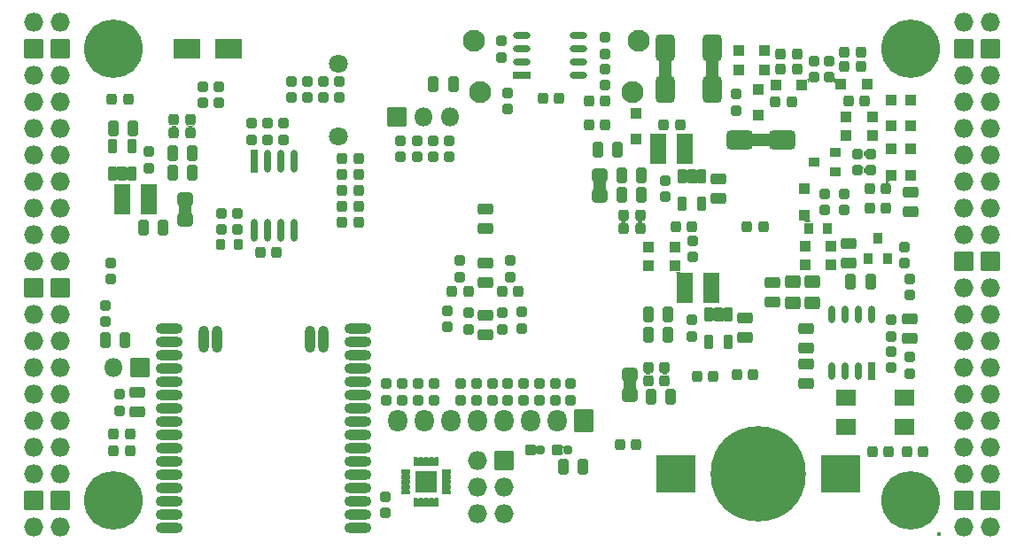
<source format=gbs>
G04 #@! TF.GenerationSoftware,KiCad,Pcbnew,6.0.11+dfsg-1*
G04 #@! TF.CreationDate,2023-04-22T14:08:22+02:00*
G04 #@! TF.ProjectId,ulx3s,756c7833-732e-46b6-9963-61645f706362,v3.1.8*
G04 #@! TF.SameCoordinates,Original*
G04 #@! TF.FileFunction,Soldermask,Bot*
G04 #@! TF.FilePolarity,Negative*
%FSLAX46Y46*%
G04 Gerber Fmt 4.6, Leading zero omitted, Abs format (unit mm)*
G04 Created by KiCad (PCBNEW 6.0.11+dfsg-1) date 2023-04-22 14:08:22*
%MOMM*%
%LPD*%
G01*
G04 APERTURE LIST*
G04 Aperture macros list*
%AMRoundRect*
0 Rectangle with rounded corners*
0 $1 Rounding radius*
0 $2 $3 $4 $5 $6 $7 $8 $9 X,Y pos of 4 corners*
0 Add a 4 corners polygon primitive as box body*
4,1,4,$2,$3,$4,$5,$6,$7,$8,$9,$2,$3,0*
0 Add four circle primitives for the rounded corners*
1,1,$1+$1,$2,$3*
1,1,$1+$1,$4,$5*
1,1,$1+$1,$6,$7*
1,1,$1+$1,$8,$9*
0 Add four rect primitives between the rounded corners*
20,1,$1+$1,$2,$3,$4,$5,0*
20,1,$1+$1,$4,$5,$6,$7,0*
20,1,$1+$1,$6,$7,$8,$9,0*
20,1,$1+$1,$8,$9,$2,$3,0*%
G04 Aperture macros list end*
%ADD10C,1.200000*%
%ADD11C,1.800000*%
%ADD12C,5.600000*%
%ADD13O,1.827200X1.827200*%
%ADD14RoundRect,0.050000X-0.863600X0.863600X-0.863600X-0.863600X0.863600X-0.863600X0.863600X0.863600X0*%
%ADD15RoundRect,0.050000X0.863600X-0.863600X0.863600X0.863600X-0.863600X0.863600X-0.863600X-0.863600X0*%
%ADD16RoundRect,0.050000X0.863600X1.016000X-0.863600X1.016000X-0.863600X-1.016000X0.863600X-1.016000X0*%
%ADD17O,1.827200X2.132000*%
%ADD18C,2.100000*%
%ADD19RoundRect,0.050000X0.850000X-0.850000X0.850000X0.850000X-0.850000X0.850000X-0.850000X-0.850000X0*%
%ADD20O,1.800000X1.800000*%
%ADD21RoundRect,0.050000X-0.850000X0.850000X-0.850000X-0.850000X0.850000X-0.850000X0.850000X0.850000X0*%
%ADD22RoundRect,0.050000X0.425000X-0.425000X0.425000X0.425000X-0.425000X0.425000X-0.425000X-0.425000X0*%
%ADD23O,0.950000X0.950000*%
%ADD24RoundRect,0.050000X-0.350000X-0.600000X0.350000X-0.600000X0.350000X0.600000X-0.350000X0.600000X0*%
%ADD25RoundRect,0.050000X0.350000X0.600000X-0.350000X0.600000X-0.350000X-0.600000X0.350000X-0.600000X0*%
%ADD26RoundRect,0.050000X1.850000X1.750000X-1.850000X1.750000X-1.850000X-1.750000X1.850000X-1.750000X0*%
%ADD27C,9.100000*%
%ADD28RoundRect,0.050000X0.300000X-0.775000X0.300000X0.775000X-0.300000X0.775000X-0.300000X-0.775000X0*%
%ADD29O,0.700000X1.650000*%
%ADD30RoundRect,0.293750X-0.243750X-0.456250X0.243750X-0.456250X0.243750X0.456250X-0.243750X0.456250X0*%
%ADD31RoundRect,0.268750X-0.218750X-0.256250X0.218750X-0.256250X0.218750X0.256250X-0.218750X0.256250X0*%
%ADD32RoundRect,0.293750X0.456250X-0.243750X0.456250X0.243750X-0.456250X0.243750X-0.456250X-0.243750X0*%
%ADD33RoundRect,0.268750X0.218750X0.256250X-0.218750X0.256250X-0.218750X-0.256250X0.218750X-0.256250X0*%
%ADD34RoundRect,0.293750X0.243750X0.456250X-0.243750X0.456250X-0.243750X-0.456250X0.243750X-0.456250X0*%
%ADD35RoundRect,0.268750X-0.256250X0.218750X-0.256250X-0.218750X0.256250X-0.218750X0.256250X0.218750X0*%
%ADD36RoundRect,0.293750X-0.456250X0.243750X-0.456250X-0.243750X0.456250X-0.243750X0.456250X0.243750X0*%
%ADD37RoundRect,0.268750X0.256250X-0.218750X0.256250X0.218750X-0.256250X0.218750X-0.256250X-0.218750X0*%
%ADD38RoundRect,0.050000X-0.500000X-0.500000X0.500000X-0.500000X0.500000X0.500000X-0.500000X0.500000X0*%
%ADD39RoundRect,0.050000X-0.500000X0.500000X-0.500000X-0.500000X0.500000X-0.500000X0.500000X0.500000X0*%
%ADD40RoundRect,0.050000X0.500000X-0.500000X0.500000X0.500000X-0.500000X0.500000X-0.500000X-0.500000X0*%
%ADD41RoundRect,0.050000X0.500000X0.500000X-0.500000X0.500000X-0.500000X-0.500000X0.500000X-0.500000X0*%
%ADD42RoundRect,0.050000X-0.775000X-0.300000X0.775000X-0.300000X0.775000X0.300000X-0.775000X0.300000X0*%
%ADD43O,1.650000X0.700000*%
%ADD44RoundRect,0.050000X0.750000X1.350000X-0.750000X1.350000X-0.750000X-1.350000X0.750000X-1.350000X0*%
%ADD45RoundRect,0.050000X-0.335000X-0.500000X0.335000X-0.500000X0.335000X0.500000X-0.335000X0.500000X0*%
%ADD46RoundRect,0.050000X-0.750000X-1.350000X0.750000X-1.350000X0.750000X1.350000X-0.750000X1.350000X0*%
%ADD47C,0.400000*%
%ADD48RoundRect,0.050000X0.450000X0.400000X-0.450000X0.400000X-0.450000X-0.400000X0.450000X-0.400000X0*%
%ADD49RoundRect,0.050000X0.400000X-0.450000X0.400000X0.450000X-0.400000X0.450000X-0.400000X-0.450000X0*%
%ADD50RoundRect,0.373750X-0.376250X0.323750X-0.376250X-0.323750X0.376250X-0.323750X0.376250X0.323750X0*%
%ADD51RoundRect,0.500000X0.800000X0.450000X-0.800000X0.450000X-0.800000X-0.450000X0.800000X-0.450000X0*%
%ADD52RoundRect,0.500000X-0.450000X0.800000X-0.450000X-0.800000X0.450000X-0.800000X0.450000X0.800000X0*%
%ADD53RoundRect,0.500000X0.450000X-0.800000X0.450000X0.800000X-0.450000X0.800000X-0.450000X-0.800000X0*%
%ADD54RoundRect,0.299999X-0.450001X0.325001X-0.450001X-0.325001X0.450001X-0.325001X0.450001X0.325001X0*%
%ADD55RoundRect,0.050000X-0.300000X1.050000X-0.300000X-1.050000X0.300000X-1.050000X0.300000X1.050000X0*%
%ADD56O,0.700000X2.200000*%
%ADD57RoundRect,0.050000X-1.250000X-0.900000X1.250000X-0.900000X1.250000X0.900000X-1.250000X0.900000X0*%
%ADD58RoundRect,0.275000X0.250000X-0.225000X0.250000X0.225000X-0.250000X0.225000X-0.250000X-0.225000X0*%
%ADD59RoundRect,0.275000X-0.250000X0.225000X-0.250000X-0.225000X0.250000X-0.225000X0.250000X0.225000X0*%
%ADD60RoundRect,0.112500X0.350000X0.062500X-0.350000X0.062500X-0.350000X-0.062500X0.350000X-0.062500X0*%
%ADD61RoundRect,0.112500X0.062500X0.350000X-0.062500X0.350000X-0.062500X-0.350000X0.062500X-0.350000X0*%
%ADD62RoundRect,0.050000X1.000000X1.000000X-1.000000X1.000000X-1.000000X-1.000000X1.000000X-1.000000X0*%
%ADD63RoundRect,0.250000X-0.200000X-0.275000X0.200000X-0.275000X0.200000X0.275000X-0.200000X0.275000X0*%
%ADD64O,2.600000X1.000000*%
%ADD65O,1.000000X2.600000*%
%ADD66RoundRect,0.050000X0.900000X0.700000X-0.900000X0.700000X-0.900000X-0.700000X0.900000X-0.700000X0*%
G04 APERTURE END LIST*
D10*
X152281000Y-96361000D02*
X152281000Y-98361000D01*
X149472000Y-77311000D02*
X149472000Y-79311000D01*
X109809000Y-79532000D02*
X109809000Y-81532000D01*
X166854000Y-73900000D02*
X162854000Y-73900000D01*
X160155000Y-65100000D02*
X160155000Y-69100000D01*
X155680000Y-69100000D02*
X155680000Y-65100000D01*
X152281000Y-96361000D02*
X152281000Y-98361000D01*
X149472000Y-77311000D02*
X149472000Y-79311000D01*
X109809000Y-79532000D02*
X109809000Y-81532000D01*
X166854000Y-73900000D02*
X162854000Y-73900000D01*
X160155000Y-65100000D02*
X160155000Y-69100000D01*
X155680000Y-69100000D02*
X155680000Y-65100000D01*
D11*
X124468000Y-73600000D03*
X124468000Y-66600000D03*
D12*
X102990000Y-108410000D03*
X179190000Y-108410000D03*
X179190000Y-65230000D03*
X102990000Y-65230000D03*
D13*
X97910000Y-62690000D03*
X95370000Y-62690000D03*
D14*
X97910000Y-65230000D03*
X95370000Y-65230000D03*
D13*
X97910000Y-67770000D03*
X95370000Y-67770000D03*
X97910000Y-70310000D03*
X95370000Y-70310000D03*
X97910000Y-72850000D03*
X95370000Y-72850000D03*
X97910000Y-75390000D03*
X95370000Y-75390000D03*
X97910000Y-77930000D03*
X95370000Y-77930000D03*
X97910000Y-80470000D03*
X95370000Y-80470000D03*
X97910000Y-83010000D03*
X95370000Y-83010000D03*
X97910000Y-85550000D03*
X95370000Y-85550000D03*
D14*
X97910000Y-88090000D03*
X95370000Y-88090000D03*
D13*
X97910000Y-90630000D03*
X95370000Y-90630000D03*
X97910000Y-93170000D03*
X95370000Y-93170000D03*
X97910000Y-95710000D03*
X95370000Y-95710000D03*
X97910000Y-98250000D03*
X95370000Y-98250000D03*
X97910000Y-100790000D03*
X95370000Y-100790000D03*
X97910000Y-103330000D03*
X95370000Y-103330000D03*
X97910000Y-105870000D03*
X95370000Y-105870000D03*
D14*
X97910000Y-108410000D03*
X95370000Y-108410000D03*
D13*
X97910000Y-110950000D03*
X95370000Y-110950000D03*
X184270000Y-110950000D03*
X186810000Y-110950000D03*
D15*
X184270000Y-108410000D03*
X186810000Y-108410000D03*
D13*
X184270000Y-105870000D03*
X186810000Y-105870000D03*
X184270000Y-103330000D03*
X186810000Y-103330000D03*
X184270000Y-100790000D03*
X186810000Y-100790000D03*
X184270000Y-98250000D03*
X186810000Y-98250000D03*
X184270000Y-95710000D03*
X186810000Y-95710000D03*
X184270000Y-93170000D03*
X186810000Y-93170000D03*
X184270000Y-90630000D03*
X186810000Y-90630000D03*
X184270000Y-88090000D03*
X186810000Y-88090000D03*
D15*
X184270000Y-85550000D03*
X186810000Y-85550000D03*
D13*
X184270000Y-83010000D03*
X186810000Y-83010000D03*
X184270000Y-80470000D03*
X186810000Y-80470000D03*
X184270000Y-77930000D03*
X186810000Y-77930000D03*
X184270000Y-75390000D03*
X186810000Y-75390000D03*
X184270000Y-72850000D03*
X186810000Y-72850000D03*
X184270000Y-70310000D03*
X186810000Y-70310000D03*
X184270000Y-67770000D03*
X186810000Y-67770000D03*
D15*
X184270000Y-65230000D03*
X186810000Y-65230000D03*
D13*
X184270000Y-62690000D03*
X186810000Y-62690000D03*
D16*
X147920000Y-100790000D03*
D17*
X145380000Y-100790000D03*
X142840000Y-100790000D03*
X140265000Y-100790000D03*
X137760000Y-100790000D03*
X135220000Y-100790000D03*
X132680000Y-100790000D03*
X130140000Y-100790000D03*
D18*
X138046000Y-69312000D03*
X152546000Y-69312000D03*
X137446000Y-64412000D03*
X153146000Y-64412000D03*
D19*
X130056000Y-71725000D03*
D20*
X132596000Y-71725000D03*
X135136000Y-71725000D03*
D14*
X140300000Y-104600000D03*
D13*
X137760000Y-104600000D03*
X140300000Y-107140000D03*
X137760000Y-107140000D03*
X140300000Y-109680000D03*
X137760000Y-109680000D03*
D21*
X105530000Y-95710000D03*
D20*
X102990000Y-95710000D03*
D22*
X145380000Y-103550000D03*
D23*
X146380000Y-103550000D03*
D22*
X142800000Y-103530000D03*
D23*
X143800000Y-103530000D03*
D24*
X159825000Y-90600000D03*
X160775000Y-90600000D03*
X161725000Y-90600000D03*
X161725000Y-93200000D03*
X159825000Y-93200000D03*
D25*
X104775000Y-77115000D03*
X103825000Y-77115000D03*
X102875000Y-77115000D03*
X102875000Y-74515000D03*
X104775000Y-74515000D03*
D24*
X157285000Y-77392000D03*
X158235000Y-77392000D03*
X159185000Y-77392000D03*
X159185000Y-79992000D03*
X157285000Y-79992000D03*
D26*
X172485000Y-105870000D03*
X156685000Y-105870000D03*
D27*
X164585000Y-105870000D03*
D28*
X175395000Y-96015000D03*
D29*
X174125000Y-96015000D03*
X172855000Y-96015000D03*
X171585000Y-96015000D03*
X171585000Y-90615000D03*
X172855000Y-90615000D03*
X174125000Y-90615000D03*
X175395000Y-90615000D03*
D30*
X133563500Y-68550000D03*
X135438500Y-68550000D03*
D31*
X154072500Y-96910000D03*
X155647500Y-96910000D03*
D30*
X154122500Y-90630000D03*
X155997500Y-90630000D03*
X154122500Y-92535000D03*
X155997500Y-92535000D03*
D32*
X163315000Y-92837500D03*
X163315000Y-90962500D03*
D31*
X151732500Y-82375000D03*
X153307500Y-82375000D03*
D30*
X151582500Y-79200000D03*
X153457500Y-79200000D03*
X151582500Y-77295000D03*
X153457500Y-77295000D03*
D32*
X160775000Y-79502500D03*
X160775000Y-77627500D03*
D33*
X110327500Y-72005000D03*
X108752500Y-72005000D03*
D34*
X110477500Y-75180000D03*
X108602500Y-75180000D03*
D35*
X175380000Y-75237500D03*
X175380000Y-76812500D03*
D32*
X105276000Y-99949500D03*
X105276000Y-98074500D03*
D30*
X173441500Y-87473000D03*
X175316500Y-87473000D03*
D36*
X138500000Y-90682500D03*
X138500000Y-92557500D03*
D32*
X138500000Y-82357500D03*
X138500000Y-80482500D03*
D36*
X138500000Y-85682500D03*
X138500000Y-87557500D03*
D30*
X154376500Y-98504000D03*
X156251500Y-98504000D03*
D34*
X107683500Y-82292000D03*
X105808500Y-82292000D03*
D35*
X140900000Y-85432500D03*
X140900000Y-87007500D03*
X136900000Y-90432500D03*
X136900000Y-92007500D03*
X140100000Y-90432500D03*
X140100000Y-92007500D03*
X134900000Y-90232500D03*
X134900000Y-91807500D03*
D33*
X141687500Y-88420000D03*
X140112500Y-88420000D03*
D31*
X163512500Y-82220000D03*
X165087500Y-82220000D03*
D33*
X158287500Y-82220000D03*
X156712500Y-82220000D03*
D35*
X177300000Y-94112500D03*
X177300000Y-95687500D03*
D30*
X145942500Y-105200000D03*
X147817500Y-105200000D03*
D31*
X102812500Y-70020000D03*
X104387500Y-70020000D03*
D35*
X102736000Y-85651500D03*
X102736000Y-87226500D03*
D37*
X179063000Y-88768500D03*
X179063000Y-87193500D03*
D33*
X180385500Y-103711000D03*
X178810500Y-103711000D03*
X160307500Y-96490000D03*
X158732500Y-96490000D03*
D32*
X169172000Y-97173500D03*
X169172000Y-95298500D03*
D31*
X135312500Y-88420000D03*
X136887500Y-88420000D03*
D38*
X172479000Y-68550000D03*
X174979000Y-68550000D03*
D39*
X164585000Y-69060000D03*
X164585000Y-71560000D03*
D34*
X110477500Y-77085000D03*
X108602500Y-77085000D03*
X151171500Y-74882000D03*
X149296500Y-74882000D03*
D32*
X179190000Y-80772500D03*
X179190000Y-78897500D03*
D31*
X166718500Y-65738000D03*
X168293500Y-65738000D03*
D35*
X128980000Y-108012500D03*
X128980000Y-109587500D03*
D36*
X179078000Y-90980500D03*
X179078000Y-92855500D03*
D37*
X177300000Y-92705500D03*
X177300000Y-91130500D03*
X113000000Y-70372500D03*
X113000000Y-68797500D03*
X111500000Y-70372500D03*
X111500000Y-68797500D03*
D33*
X157117500Y-72487000D03*
X155542500Y-72487000D03*
D37*
X171331000Y-67940500D03*
X171331000Y-66365500D03*
X169919000Y-67940500D03*
X169919000Y-66365500D03*
D31*
X172814500Y-65502000D03*
X174389500Y-65502000D03*
D37*
X120008000Y-69872500D03*
X120008000Y-68297500D03*
X121532000Y-69872500D03*
X121532000Y-68297500D03*
X123056000Y-69872500D03*
X123056000Y-68297500D03*
X124580000Y-69872500D03*
X124580000Y-68297500D03*
D33*
X145567500Y-69900000D03*
X143992500Y-69900000D03*
D40*
X169030000Y-81085000D03*
X169030000Y-78585000D03*
D41*
X171550000Y-85837000D03*
X169050000Y-85837000D03*
D40*
X179190000Y-77275000D03*
X179190000Y-74775000D03*
D39*
X177285000Y-74775000D03*
X177285000Y-77275000D03*
D38*
X172987000Y-73503000D03*
X175487000Y-73503000D03*
D41*
X168756000Y-68659000D03*
X166256000Y-68659000D03*
D38*
X162700000Y-67262000D03*
X165200000Y-67262000D03*
D41*
X165200000Y-65357000D03*
X162700000Y-65357000D03*
D30*
X102966000Y-72785000D03*
X104841000Y-72785000D03*
X102179500Y-93061000D03*
X104054500Y-93061000D03*
D42*
X141980000Y-67706500D03*
D43*
X141980000Y-66436500D03*
X141980000Y-65166500D03*
X141980000Y-63896500D03*
X147380000Y-63896500D03*
X147380000Y-65166500D03*
X147380000Y-66436500D03*
X147380000Y-67706500D03*
D44*
X160140000Y-88090000D03*
X157600000Y-88090000D03*
X157600000Y-74755000D03*
X155060000Y-74755000D03*
D45*
X169425000Y-82375000D03*
X171175000Y-82375000D03*
D37*
X172840000Y-80622500D03*
X172840000Y-79047500D03*
X162480000Y-71097500D03*
X162480000Y-69522500D03*
D33*
X176802500Y-80470000D03*
X175227500Y-80470000D03*
D35*
X174110000Y-75237500D03*
X174110000Y-76812500D03*
X178555000Y-84127500D03*
X178555000Y-85702500D03*
D37*
X102228000Y-91290500D03*
X102228000Y-89715500D03*
X170935000Y-80622500D03*
X170935000Y-79047500D03*
D33*
X152926500Y-103076000D03*
X151351500Y-103076000D03*
D35*
X119200000Y-72332500D03*
X119200000Y-73907500D03*
D37*
X114800000Y-82507500D03*
X114800000Y-80932500D03*
D33*
X126383500Y-80260000D03*
X124808500Y-80260000D03*
X126383500Y-78736000D03*
X124808500Y-78736000D03*
X126383500Y-77212000D03*
X124808500Y-77212000D03*
X126383500Y-75670000D03*
X124808500Y-75670000D03*
D37*
X130422000Y-75560500D03*
X130422000Y-73985500D03*
X131961000Y-75560500D03*
X131961000Y-73985500D03*
X133485000Y-75560500D03*
X133485000Y-73985500D03*
X135009000Y-75560500D03*
X135009000Y-73985500D03*
X140025500Y-66017500D03*
X140025500Y-64442500D03*
D35*
X140597000Y-69413500D03*
X140597000Y-70988500D03*
D37*
X149980000Y-68687500D03*
X149980000Y-67112500D03*
D33*
X149962500Y-72487000D03*
X148387500Y-72487000D03*
X149967500Y-70200000D03*
X148392500Y-70200000D03*
D31*
X116980000Y-84700000D03*
X118555000Y-84700000D03*
D35*
X117695000Y-72330500D03*
X117695000Y-73905500D03*
D37*
X113300000Y-82507500D03*
X113300000Y-80932500D03*
D35*
X116200000Y-72332500D03*
X116200000Y-73907500D03*
D37*
X129080000Y-98775000D03*
X129080000Y-97200000D03*
D33*
X104539500Y-102060000D03*
X102964500Y-102060000D03*
X164102500Y-96345000D03*
X162527500Y-96345000D03*
D31*
X166718500Y-67135000D03*
X168293500Y-67135000D03*
D33*
X174387500Y-66899000D03*
X172812500Y-66899000D03*
D31*
X154072500Y-95640000D03*
X155647500Y-95640000D03*
D33*
X110327500Y-73275000D03*
X108752500Y-73275000D03*
D31*
X151732500Y-81105000D03*
X153307500Y-81105000D03*
D35*
X158235000Y-91112500D03*
X158235000Y-92687500D03*
D37*
X106365000Y-76602500D03*
X106365000Y-75027500D03*
D35*
X155695000Y-77777500D03*
X155695000Y-79352500D03*
D33*
X176802500Y-78565000D03*
X175227500Y-78565000D03*
D46*
X103825000Y-79625000D03*
X106365000Y-79625000D03*
D35*
X136100000Y-85432500D03*
X136100000Y-87007500D03*
D47*
X181872000Y-111603000D03*
D48*
X171935000Y-75075000D03*
X171935000Y-76975000D03*
X169935000Y-76025000D03*
D37*
X103576500Y-99817500D03*
X103576500Y-98242500D03*
D49*
X176965000Y-85280000D03*
X175065000Y-85280000D03*
X176015000Y-83280000D03*
D41*
X175502000Y-71740000D03*
X173002000Y-71740000D03*
D31*
X173210500Y-70201000D03*
X174785500Y-70201000D03*
D35*
X179078000Y-94686500D03*
X179078000Y-96261500D03*
D33*
X177071500Y-103711000D03*
X175496500Y-103711000D03*
D38*
X154141000Y-84186000D03*
X156641000Y-84186000D03*
D50*
X152281000Y-96393500D03*
X152281000Y-98328500D03*
X149472000Y-77343500D03*
X149472000Y-79278500D03*
X109809000Y-79564500D03*
X109809000Y-81499500D03*
D38*
X154121000Y-85964000D03*
X156621000Y-85964000D03*
D31*
X166210500Y-70310000D03*
X167785500Y-70310000D03*
D51*
X166854000Y-73900000D03*
X162854000Y-73900000D03*
D52*
X160155000Y-65100000D03*
X160155000Y-69100000D03*
D53*
X155680000Y-69100000D03*
X155680000Y-65100000D03*
D40*
X177285000Y-72594000D03*
X177285000Y-70094000D03*
D39*
X179190000Y-70094000D03*
X179190000Y-72594000D03*
D31*
X102964500Y-103600000D03*
X104539500Y-103600000D03*
D32*
X165982000Y-89408500D03*
X165982000Y-87533500D03*
D54*
X167887000Y-87446000D03*
X167887000Y-89496000D03*
X169792000Y-87446000D03*
X169792000Y-89496000D03*
D36*
X169157000Y-91978500D03*
X169157000Y-93853500D03*
D32*
X173221000Y-85725500D03*
X173221000Y-83850500D03*
D33*
X126387500Y-81770000D03*
X124812500Y-81770000D03*
D55*
X116440000Y-75920000D03*
D56*
X117710000Y-75920000D03*
X118980000Y-75920000D03*
X120250000Y-75920000D03*
X120250000Y-82524000D03*
X118980000Y-82524000D03*
X117710000Y-82524000D03*
X116440000Y-82524000D03*
D35*
X142000000Y-90332500D03*
X142000000Y-91907500D03*
D57*
X109980000Y-65200000D03*
X113980000Y-65200000D03*
D37*
X130580000Y-98787500D03*
X130580000Y-97212500D03*
D58*
X136180000Y-98775000D03*
X136180000Y-97225000D03*
D59*
X137680000Y-97225000D03*
X137680000Y-98775000D03*
D58*
X139180000Y-98775000D03*
X139180000Y-97225000D03*
D59*
X140680000Y-97225000D03*
X140680000Y-98775000D03*
D58*
X142180000Y-98775000D03*
X142180000Y-97225000D03*
D59*
X133580000Y-97225000D03*
X133580000Y-98775000D03*
D35*
X158312000Y-83525500D03*
X158312000Y-85100500D03*
D59*
X143680000Y-97225000D03*
X143680000Y-98775000D03*
D40*
X152930000Y-73850000D03*
X152930000Y-71350000D03*
D59*
X146680000Y-97225000D03*
X146680000Y-98775000D03*
D58*
X145180000Y-98775000D03*
X145180000Y-97225000D03*
X132080000Y-98775000D03*
X132080000Y-97225000D03*
D37*
X149980000Y-65687500D03*
X149980000Y-64112500D03*
D60*
X134772500Y-105600000D03*
X134772500Y-106100000D03*
X134772500Y-106600000D03*
X134772500Y-107100000D03*
X134772500Y-107600000D03*
D61*
X133835000Y-108537500D03*
X133335000Y-108537500D03*
X132835000Y-108537500D03*
X132335000Y-108537500D03*
X131835000Y-108537500D03*
D60*
X130897500Y-107600000D03*
X130897500Y-107100000D03*
X130897500Y-106600000D03*
X130897500Y-106100000D03*
X130897500Y-105600000D03*
D61*
X131835000Y-104662500D03*
X132335000Y-104662500D03*
X132835000Y-104662500D03*
X133335000Y-104662500D03*
X133835000Y-104662500D03*
D62*
X132835000Y-106600000D03*
D63*
X113214800Y-83932000D03*
X114864800Y-83932000D03*
D64*
X108300000Y-110975000D03*
X108300000Y-109705000D03*
X108300000Y-108435000D03*
X108300000Y-107165000D03*
X108300000Y-105895000D03*
X108300000Y-104625000D03*
X108300000Y-103355000D03*
X108300000Y-102085000D03*
X108300000Y-100815000D03*
X108300000Y-99545000D03*
X108300000Y-98275000D03*
X108300000Y-97005000D03*
X108300000Y-95735000D03*
X108300000Y-94465000D03*
D65*
X111585000Y-92965000D03*
D64*
X108300000Y-93195000D03*
D65*
X112855000Y-92965000D03*
D64*
X108300000Y-91925000D03*
D65*
X121745000Y-92965000D03*
D64*
X126300000Y-91925000D03*
D65*
X123015000Y-92965000D03*
D64*
X126300000Y-93195000D03*
X126300000Y-94465000D03*
X126300000Y-95735000D03*
X126300000Y-97005000D03*
X126300000Y-98275000D03*
X126300000Y-99545000D03*
X126300000Y-100815000D03*
X126300000Y-102085000D03*
X126300000Y-103355000D03*
X126300000Y-104625000D03*
X126300000Y-105895000D03*
X126300000Y-107165000D03*
X126300000Y-108435000D03*
X126300000Y-109705000D03*
X126300000Y-110975000D03*
D38*
X169050000Y-84059000D03*
X171550000Y-84059000D03*
D66*
X178568500Y-101322000D03*
X172968500Y-101322000D03*
X172968500Y-98522000D03*
X178568500Y-98522000D03*
G36*
X131988893Y-108122220D02*
G01*
X132035945Y-108161542D01*
X132104661Y-108170173D01*
X132167291Y-108140209D01*
X132174800Y-108131544D01*
X132176690Y-108130890D01*
X132178201Y-108132200D01*
X132177974Y-108133965D01*
X132170449Y-108145227D01*
X132162000Y-108187699D01*
X132162000Y-108887301D01*
X132170449Y-108929773D01*
X132184053Y-108950134D01*
X132184184Y-108952130D01*
X132182521Y-108953241D01*
X132181107Y-108952780D01*
X132134055Y-108913458D01*
X132065339Y-108904827D01*
X132002709Y-108934791D01*
X131995200Y-108943456D01*
X131993310Y-108944110D01*
X131991799Y-108942800D01*
X131992026Y-108941035D01*
X131999551Y-108929773D01*
X132008000Y-108887301D01*
X132008000Y-108187699D01*
X131999551Y-108145227D01*
X131985947Y-108124866D01*
X131985816Y-108122870D01*
X131987479Y-108121759D01*
X131988893Y-108122220D01*
G37*
G36*
X133488893Y-108122220D02*
G01*
X133535945Y-108161542D01*
X133604661Y-108170173D01*
X133667291Y-108140209D01*
X133674800Y-108131544D01*
X133676690Y-108130890D01*
X133678201Y-108132200D01*
X133677974Y-108133965D01*
X133670449Y-108145227D01*
X133662000Y-108187699D01*
X133662000Y-108887301D01*
X133670449Y-108929773D01*
X133684053Y-108950134D01*
X133684184Y-108952130D01*
X133682521Y-108953241D01*
X133681107Y-108952780D01*
X133634055Y-108913458D01*
X133565339Y-108904827D01*
X133502709Y-108934791D01*
X133495200Y-108943456D01*
X133493310Y-108944110D01*
X133491799Y-108942800D01*
X133492026Y-108941035D01*
X133499551Y-108929773D01*
X133508000Y-108887301D01*
X133508000Y-108187699D01*
X133499551Y-108145227D01*
X133485947Y-108124866D01*
X133485816Y-108122870D01*
X133487479Y-108121759D01*
X133488893Y-108122220D01*
G37*
G36*
X132488893Y-108122220D02*
G01*
X132535945Y-108161542D01*
X132604661Y-108170173D01*
X132667291Y-108140209D01*
X132674800Y-108131544D01*
X132676690Y-108130890D01*
X132678201Y-108132200D01*
X132677974Y-108133965D01*
X132670449Y-108145227D01*
X132662000Y-108187699D01*
X132662000Y-108887301D01*
X132670449Y-108929773D01*
X132684053Y-108950134D01*
X132684184Y-108952130D01*
X132682521Y-108953241D01*
X132681107Y-108952780D01*
X132634055Y-108913458D01*
X132565339Y-108904827D01*
X132502709Y-108934791D01*
X132495200Y-108943456D01*
X132493310Y-108944110D01*
X132491799Y-108942800D01*
X132492026Y-108941035D01*
X132499551Y-108929773D01*
X132508000Y-108887301D01*
X132508000Y-108187699D01*
X132499551Y-108145227D01*
X132485947Y-108124866D01*
X132485816Y-108122870D01*
X132487479Y-108121759D01*
X132488893Y-108122220D01*
G37*
G36*
X132988893Y-108122220D02*
G01*
X133035945Y-108161542D01*
X133104661Y-108170173D01*
X133167291Y-108140209D01*
X133174800Y-108131544D01*
X133176690Y-108130890D01*
X133178201Y-108132200D01*
X133177974Y-108133965D01*
X133170449Y-108145227D01*
X133162000Y-108187699D01*
X133162000Y-108887301D01*
X133170449Y-108929773D01*
X133184053Y-108950134D01*
X133184184Y-108952130D01*
X133182521Y-108953241D01*
X133181107Y-108952780D01*
X133134055Y-108913458D01*
X133065339Y-108904827D01*
X133002709Y-108934791D01*
X132995200Y-108943456D01*
X132993310Y-108944110D01*
X132991799Y-108942800D01*
X132992026Y-108941035D01*
X132999551Y-108929773D01*
X133008000Y-108887301D01*
X133008000Y-108187699D01*
X132999551Y-108145227D01*
X132985947Y-108124866D01*
X132985816Y-108122870D01*
X132987479Y-108121759D01*
X132988893Y-108122220D01*
G37*
G36*
X135188241Y-107252479D02*
G01*
X135187780Y-107253893D01*
X135148458Y-107300945D01*
X135139827Y-107369661D01*
X135169791Y-107432291D01*
X135178456Y-107439800D01*
X135179110Y-107441690D01*
X135177800Y-107443201D01*
X135176035Y-107442974D01*
X135164773Y-107435449D01*
X135122301Y-107427000D01*
X134422699Y-107427000D01*
X134380227Y-107435449D01*
X134359866Y-107449053D01*
X134357870Y-107449184D01*
X134356759Y-107447521D01*
X134357220Y-107446107D01*
X134396542Y-107399055D01*
X134405173Y-107330339D01*
X134375209Y-107267709D01*
X134366544Y-107260200D01*
X134365890Y-107258310D01*
X134367200Y-107256799D01*
X134368965Y-107257026D01*
X134380227Y-107264551D01*
X134422699Y-107273000D01*
X135122301Y-107273000D01*
X135164773Y-107264551D01*
X135185134Y-107250947D01*
X135187130Y-107250816D01*
X135188241Y-107252479D01*
G37*
G36*
X131313241Y-107252479D02*
G01*
X131312780Y-107253893D01*
X131273458Y-107300945D01*
X131264827Y-107369661D01*
X131294791Y-107432291D01*
X131303456Y-107439800D01*
X131304110Y-107441690D01*
X131302800Y-107443201D01*
X131301035Y-107442974D01*
X131289773Y-107435449D01*
X131247301Y-107427000D01*
X130547699Y-107427000D01*
X130505227Y-107435449D01*
X130484866Y-107449053D01*
X130482870Y-107449184D01*
X130481759Y-107447521D01*
X130482220Y-107446107D01*
X130521542Y-107399055D01*
X130530173Y-107330339D01*
X130500209Y-107267709D01*
X130491544Y-107260200D01*
X130490890Y-107258310D01*
X130492200Y-107256799D01*
X130493965Y-107257026D01*
X130505227Y-107264551D01*
X130547699Y-107273000D01*
X131247301Y-107273000D01*
X131289773Y-107264551D01*
X131310134Y-107250947D01*
X131312130Y-107250816D01*
X131313241Y-107252479D01*
G37*
G36*
X131313241Y-106752479D02*
G01*
X131312780Y-106753893D01*
X131273458Y-106800945D01*
X131264827Y-106869661D01*
X131294791Y-106932291D01*
X131303456Y-106939800D01*
X131304110Y-106941690D01*
X131302800Y-106943201D01*
X131301035Y-106942974D01*
X131289773Y-106935449D01*
X131247301Y-106927000D01*
X130547699Y-106927000D01*
X130505227Y-106935449D01*
X130484866Y-106949053D01*
X130482870Y-106949184D01*
X130481759Y-106947521D01*
X130482220Y-106946107D01*
X130521542Y-106899055D01*
X130530173Y-106830339D01*
X130500209Y-106767709D01*
X130491544Y-106760200D01*
X130490890Y-106758310D01*
X130492200Y-106756799D01*
X130493965Y-106757026D01*
X130505227Y-106764551D01*
X130547699Y-106773000D01*
X131247301Y-106773000D01*
X131289773Y-106764551D01*
X131310134Y-106750947D01*
X131312130Y-106750816D01*
X131313241Y-106752479D01*
G37*
G36*
X135188241Y-106752479D02*
G01*
X135187780Y-106753893D01*
X135148458Y-106800945D01*
X135139827Y-106869661D01*
X135169791Y-106932291D01*
X135178456Y-106939800D01*
X135179110Y-106941690D01*
X135177800Y-106943201D01*
X135176035Y-106942974D01*
X135164773Y-106935449D01*
X135122301Y-106927000D01*
X134422699Y-106927000D01*
X134380227Y-106935449D01*
X134359866Y-106949053D01*
X134357870Y-106949184D01*
X134356759Y-106947521D01*
X134357220Y-106946107D01*
X134396542Y-106899055D01*
X134405173Y-106830339D01*
X134375209Y-106767709D01*
X134366544Y-106760200D01*
X134365890Y-106758310D01*
X134367200Y-106756799D01*
X134368965Y-106757026D01*
X134380227Y-106764551D01*
X134422699Y-106773000D01*
X135122301Y-106773000D01*
X135164773Y-106764551D01*
X135185134Y-106750947D01*
X135187130Y-106750816D01*
X135188241Y-106752479D01*
G37*
G36*
X135188241Y-106252479D02*
G01*
X135187780Y-106253893D01*
X135148458Y-106300945D01*
X135139827Y-106369661D01*
X135169791Y-106432291D01*
X135178456Y-106439800D01*
X135179110Y-106441690D01*
X135177800Y-106443201D01*
X135176035Y-106442974D01*
X135164773Y-106435449D01*
X135122301Y-106427000D01*
X134422699Y-106427000D01*
X134380227Y-106435449D01*
X134359866Y-106449053D01*
X134357870Y-106449184D01*
X134356759Y-106447521D01*
X134357220Y-106446107D01*
X134396542Y-106399055D01*
X134405173Y-106330339D01*
X134375209Y-106267709D01*
X134366544Y-106260200D01*
X134365890Y-106258310D01*
X134367200Y-106256799D01*
X134368965Y-106257026D01*
X134380227Y-106264551D01*
X134422699Y-106273000D01*
X135122301Y-106273000D01*
X135164773Y-106264551D01*
X135185134Y-106250947D01*
X135187130Y-106250816D01*
X135188241Y-106252479D01*
G37*
G36*
X131313241Y-106252479D02*
G01*
X131312780Y-106253893D01*
X131273458Y-106300945D01*
X131264827Y-106369661D01*
X131294791Y-106432291D01*
X131303456Y-106439800D01*
X131304110Y-106441690D01*
X131302800Y-106443201D01*
X131301035Y-106442974D01*
X131289773Y-106435449D01*
X131247301Y-106427000D01*
X130547699Y-106427000D01*
X130505227Y-106435449D01*
X130484866Y-106449053D01*
X130482870Y-106449184D01*
X130481759Y-106447521D01*
X130482220Y-106446107D01*
X130521542Y-106399055D01*
X130530173Y-106330339D01*
X130500209Y-106267709D01*
X130491544Y-106260200D01*
X130490890Y-106258310D01*
X130492200Y-106256799D01*
X130493965Y-106257026D01*
X130505227Y-106264551D01*
X130547699Y-106273000D01*
X131247301Y-106273000D01*
X131289773Y-106264551D01*
X131310134Y-106250947D01*
X131312130Y-106250816D01*
X131313241Y-106252479D01*
G37*
G36*
X135188241Y-105752479D02*
G01*
X135187780Y-105753893D01*
X135148458Y-105800945D01*
X135139827Y-105869661D01*
X135169791Y-105932291D01*
X135178456Y-105939800D01*
X135179110Y-105941690D01*
X135177800Y-105943201D01*
X135176035Y-105942974D01*
X135164773Y-105935449D01*
X135122301Y-105927000D01*
X134422699Y-105927000D01*
X134380227Y-105935449D01*
X134359866Y-105949053D01*
X134357870Y-105949184D01*
X134356759Y-105947521D01*
X134357220Y-105946107D01*
X134396542Y-105899055D01*
X134405173Y-105830339D01*
X134375209Y-105767709D01*
X134366544Y-105760200D01*
X134365890Y-105758310D01*
X134367200Y-105756799D01*
X134368965Y-105757026D01*
X134380227Y-105764551D01*
X134422699Y-105773000D01*
X135122301Y-105773000D01*
X135164773Y-105764551D01*
X135185134Y-105750947D01*
X135187130Y-105750816D01*
X135188241Y-105752479D01*
G37*
G36*
X131313241Y-105752479D02*
G01*
X131312780Y-105753893D01*
X131273458Y-105800945D01*
X131264827Y-105869661D01*
X131294791Y-105932291D01*
X131303456Y-105939800D01*
X131304110Y-105941690D01*
X131302800Y-105943201D01*
X131301035Y-105942974D01*
X131289773Y-105935449D01*
X131247301Y-105927000D01*
X130547699Y-105927000D01*
X130505227Y-105935449D01*
X130484866Y-105949053D01*
X130482870Y-105949184D01*
X130481759Y-105947521D01*
X130482220Y-105946107D01*
X130521542Y-105899055D01*
X130530173Y-105830339D01*
X130500209Y-105767709D01*
X130491544Y-105760200D01*
X130490890Y-105758310D01*
X130492200Y-105756799D01*
X130493965Y-105757026D01*
X130505227Y-105764551D01*
X130547699Y-105773000D01*
X131247301Y-105773000D01*
X131289773Y-105764551D01*
X131310134Y-105750947D01*
X131312130Y-105750816D01*
X131313241Y-105752479D01*
G37*
G36*
X133488893Y-104247220D02*
G01*
X133535945Y-104286542D01*
X133604661Y-104295173D01*
X133667291Y-104265209D01*
X133674800Y-104256544D01*
X133676690Y-104255890D01*
X133678201Y-104257200D01*
X133677974Y-104258965D01*
X133670449Y-104270227D01*
X133662000Y-104312699D01*
X133662000Y-105012301D01*
X133670449Y-105054773D01*
X133684053Y-105075134D01*
X133684184Y-105077130D01*
X133682521Y-105078241D01*
X133681107Y-105077780D01*
X133634055Y-105038458D01*
X133565339Y-105029827D01*
X133502709Y-105059791D01*
X133495200Y-105068456D01*
X133493310Y-105069110D01*
X133491799Y-105067800D01*
X133492026Y-105066035D01*
X133499551Y-105054773D01*
X133508000Y-105012301D01*
X133508000Y-104312699D01*
X133499551Y-104270227D01*
X133485947Y-104249866D01*
X133485816Y-104247870D01*
X133487479Y-104246759D01*
X133488893Y-104247220D01*
G37*
G36*
X131988893Y-104247220D02*
G01*
X132035945Y-104286542D01*
X132104661Y-104295173D01*
X132167291Y-104265209D01*
X132174800Y-104256544D01*
X132176690Y-104255890D01*
X132178201Y-104257200D01*
X132177974Y-104258965D01*
X132170449Y-104270227D01*
X132162000Y-104312699D01*
X132162000Y-105012301D01*
X132170449Y-105054773D01*
X132184053Y-105075134D01*
X132184184Y-105077130D01*
X132182521Y-105078241D01*
X132181107Y-105077780D01*
X132134055Y-105038458D01*
X132065339Y-105029827D01*
X132002709Y-105059791D01*
X131995200Y-105068456D01*
X131993310Y-105069110D01*
X131991799Y-105067800D01*
X131992026Y-105066035D01*
X131999551Y-105054773D01*
X132008000Y-105012301D01*
X132008000Y-104312699D01*
X131999551Y-104270227D01*
X131985947Y-104249866D01*
X131985816Y-104247870D01*
X131987479Y-104246759D01*
X131988893Y-104247220D01*
G37*
G36*
X132988893Y-104247220D02*
G01*
X133035945Y-104286542D01*
X133104661Y-104295173D01*
X133167291Y-104265209D01*
X133174800Y-104256544D01*
X133176690Y-104255890D01*
X133178201Y-104257200D01*
X133177974Y-104258965D01*
X133170449Y-104270227D01*
X133162000Y-104312699D01*
X133162000Y-105012301D01*
X133170449Y-105054773D01*
X133184053Y-105075134D01*
X133184184Y-105077130D01*
X133182521Y-105078241D01*
X133181107Y-105077780D01*
X133134055Y-105038458D01*
X133065339Y-105029827D01*
X133002709Y-105059791D01*
X132995200Y-105068456D01*
X132993310Y-105069110D01*
X132991799Y-105067800D01*
X132992026Y-105066035D01*
X132999551Y-105054773D01*
X133008000Y-105012301D01*
X133008000Y-104312699D01*
X132999551Y-104270227D01*
X132985947Y-104249866D01*
X132985816Y-104247870D01*
X132987479Y-104246759D01*
X132988893Y-104247220D01*
G37*
G36*
X132488893Y-104247220D02*
G01*
X132535945Y-104286542D01*
X132604661Y-104295173D01*
X132667291Y-104265209D01*
X132674800Y-104256544D01*
X132676690Y-104255890D01*
X132678201Y-104257200D01*
X132677974Y-104258965D01*
X132670449Y-104270227D01*
X132662000Y-104312699D01*
X132662000Y-105012301D01*
X132670449Y-105054773D01*
X132684053Y-105075134D01*
X132684184Y-105077130D01*
X132682521Y-105078241D01*
X132681107Y-105077780D01*
X132634055Y-105038458D01*
X132565339Y-105029827D01*
X132502709Y-105059791D01*
X132495200Y-105068456D01*
X132493310Y-105069110D01*
X132491799Y-105067800D01*
X132492026Y-105066035D01*
X132499551Y-105054773D01*
X132508000Y-105012301D01*
X132508000Y-104312699D01*
X132499551Y-104270227D01*
X132485947Y-104249866D01*
X132485816Y-104247870D01*
X132487479Y-104246759D01*
X132488893Y-104247220D01*
G37*
G36*
X145856772Y-103134254D02*
G01*
X145888461Y-103194835D01*
X145948646Y-103229108D01*
X146017940Y-103225394D01*
X146051914Y-103206974D01*
X146055299Y-103204377D01*
X146057282Y-103204116D01*
X146058499Y-103205703D01*
X146058015Y-103207288D01*
X145984680Y-103290324D01*
X145927687Y-103411713D01*
X145907055Y-103544222D01*
X145924444Y-103677193D01*
X145978453Y-103799940D01*
X146054044Y-103889865D01*
X146054393Y-103891834D01*
X146052862Y-103893121D01*
X146051792Y-103893017D01*
X145987141Y-103868023D01*
X145919294Y-103881939D01*
X145869645Y-103930421D01*
X145856876Y-103964969D01*
X145855338Y-103966247D01*
X145853462Y-103965554D01*
X145853000Y-103964276D01*
X145853000Y-103135181D01*
X145854000Y-103133449D01*
X145856000Y-103133449D01*
X145856772Y-103134254D01*
G37*
G36*
X143276772Y-103114254D02*
G01*
X143308461Y-103174835D01*
X143368646Y-103209108D01*
X143437940Y-103205394D01*
X143471914Y-103186974D01*
X143475299Y-103184377D01*
X143477282Y-103184116D01*
X143478499Y-103185703D01*
X143478015Y-103187288D01*
X143404680Y-103270324D01*
X143347687Y-103391713D01*
X143327055Y-103524222D01*
X143344444Y-103657193D01*
X143398453Y-103779940D01*
X143474044Y-103869865D01*
X143474393Y-103871834D01*
X143472862Y-103873121D01*
X143471792Y-103873017D01*
X143407141Y-103848023D01*
X143339294Y-103861939D01*
X143289645Y-103910421D01*
X143276876Y-103944969D01*
X143275338Y-103946247D01*
X143273462Y-103945554D01*
X143273000Y-103944276D01*
X143273000Y-103115181D01*
X143274000Y-103113449D01*
X143276000Y-103113449D01*
X143276772Y-103114254D01*
G37*
G36*
X155956078Y-96146112D02*
G01*
X155956468Y-96148074D01*
X155955482Y-96149213D01*
X155949725Y-96152147D01*
X155949130Y-96152340D01*
X155941996Y-96153470D01*
X155879142Y-96183265D01*
X155842533Y-96242058D01*
X155843522Y-96311309D01*
X155881801Y-96369045D01*
X155941981Y-96396528D01*
X155949130Y-96397660D01*
X155949725Y-96397853D01*
X155955482Y-96400787D01*
X155956571Y-96402465D01*
X155955663Y-96404246D01*
X155954184Y-96404531D01*
X155866051Y-96387000D01*
X155428949Y-96387000D01*
X155340816Y-96404531D01*
X155338922Y-96403888D01*
X155338532Y-96401926D01*
X155339518Y-96400787D01*
X155345275Y-96397853D01*
X155345870Y-96397660D01*
X155353004Y-96396530D01*
X155415858Y-96366735D01*
X155452467Y-96307942D01*
X155451478Y-96238691D01*
X155413199Y-96180955D01*
X155353019Y-96153472D01*
X155345870Y-96152340D01*
X155345275Y-96152147D01*
X155339518Y-96149213D01*
X155338429Y-96147535D01*
X155339337Y-96145754D01*
X155340816Y-96145469D01*
X155428949Y-96163000D01*
X155866051Y-96163000D01*
X155954184Y-96145469D01*
X155956078Y-96146112D01*
G37*
G36*
X154381078Y-96146112D02*
G01*
X154381468Y-96148074D01*
X154380482Y-96149213D01*
X154374725Y-96152147D01*
X154374130Y-96152340D01*
X154366996Y-96153470D01*
X154304142Y-96183265D01*
X154267533Y-96242058D01*
X154268522Y-96311309D01*
X154306801Y-96369045D01*
X154366981Y-96396528D01*
X154374130Y-96397660D01*
X154374725Y-96397853D01*
X154380482Y-96400787D01*
X154381571Y-96402465D01*
X154380663Y-96404246D01*
X154379184Y-96404531D01*
X154291051Y-96387000D01*
X153853949Y-96387000D01*
X153765816Y-96404531D01*
X153763922Y-96403888D01*
X153763532Y-96401926D01*
X153764518Y-96400787D01*
X153770275Y-96397853D01*
X153770870Y-96397660D01*
X153778004Y-96396530D01*
X153840858Y-96366735D01*
X153877467Y-96307942D01*
X153876478Y-96238691D01*
X153838199Y-96180955D01*
X153778019Y-96153472D01*
X153770870Y-96152340D01*
X153770275Y-96152147D01*
X153764518Y-96149213D01*
X153763429Y-96147535D01*
X153764337Y-96145754D01*
X153765816Y-96145469D01*
X153853949Y-96163000D01*
X154291051Y-96163000D01*
X154379184Y-96145469D01*
X154381078Y-96146112D01*
G37*
G36*
X161164953Y-89968200D02*
G01*
X161178745Y-89977416D01*
X161179707Y-89975976D01*
X161181501Y-89975091D01*
X161182652Y-89975552D01*
X161200950Y-89990842D01*
X161269668Y-89999469D01*
X161318359Y-89976170D01*
X161320353Y-89976324D01*
X161320885Y-89976863D01*
X161321255Y-89977416D01*
X161335047Y-89968201D01*
X161337043Y-89968070D01*
X161338154Y-89969733D01*
X161337821Y-89970975D01*
X161330691Y-89981645D01*
X161327000Y-90000199D01*
X161327000Y-91199801D01*
X161330691Y-91218355D01*
X161337821Y-91229026D01*
X161337952Y-91231022D01*
X161336289Y-91232133D01*
X161335047Y-91231800D01*
X161321255Y-91222584D01*
X161320293Y-91224024D01*
X161318499Y-91224909D01*
X161317348Y-91224448D01*
X161299050Y-91209158D01*
X161230332Y-91200531D01*
X161181641Y-91223830D01*
X161179647Y-91223676D01*
X161179115Y-91223137D01*
X161178745Y-91222584D01*
X161164953Y-91231799D01*
X161162957Y-91231930D01*
X161161846Y-91230267D01*
X161162179Y-91229025D01*
X161169309Y-91218355D01*
X161173000Y-91199801D01*
X161173000Y-90000199D01*
X161169309Y-89981645D01*
X161162179Y-89970974D01*
X161162048Y-89968978D01*
X161163711Y-89967867D01*
X161164953Y-89968200D01*
G37*
G36*
X160214953Y-89968200D02*
G01*
X160228745Y-89977416D01*
X160229707Y-89975976D01*
X160231501Y-89975091D01*
X160232652Y-89975552D01*
X160250950Y-89990842D01*
X160319668Y-89999469D01*
X160368359Y-89976170D01*
X160370353Y-89976324D01*
X160370885Y-89976863D01*
X160371255Y-89977416D01*
X160385047Y-89968201D01*
X160387043Y-89968070D01*
X160388154Y-89969733D01*
X160387821Y-89970975D01*
X160380691Y-89981645D01*
X160377000Y-90000199D01*
X160377000Y-91199801D01*
X160380691Y-91218355D01*
X160387821Y-91229026D01*
X160387952Y-91231022D01*
X160386289Y-91232133D01*
X160385047Y-91231800D01*
X160371255Y-91222584D01*
X160370293Y-91224024D01*
X160368499Y-91224909D01*
X160367348Y-91224448D01*
X160349050Y-91209158D01*
X160280332Y-91200531D01*
X160231641Y-91223830D01*
X160229647Y-91223676D01*
X160229115Y-91223137D01*
X160228745Y-91222584D01*
X160214953Y-91231799D01*
X160212957Y-91231930D01*
X160211846Y-91230267D01*
X160212179Y-91229025D01*
X160219309Y-91218355D01*
X160223000Y-91199801D01*
X160223000Y-90000199D01*
X160219309Y-89981645D01*
X160212179Y-89970974D01*
X160212048Y-89968978D01*
X160213711Y-89967867D01*
X160214953Y-89968200D01*
G37*
G36*
X157156405Y-86500525D02*
G01*
X157156318Y-86501254D01*
X157137043Y-86562809D01*
X157155367Y-86629599D01*
X157206941Y-86675925D01*
X157260377Y-86688050D01*
X157261844Y-86689408D01*
X157261402Y-86691358D01*
X157259934Y-86692000D01*
X156850199Y-86692000D01*
X156831645Y-86695691D01*
X156817702Y-86705007D01*
X156815706Y-86705138D01*
X156814595Y-86703475D01*
X156814682Y-86702746D01*
X156833957Y-86641191D01*
X156815633Y-86574401D01*
X156764059Y-86528075D01*
X156710623Y-86515950D01*
X156709156Y-86514592D01*
X156709598Y-86512642D01*
X156711066Y-86512000D01*
X157120801Y-86512000D01*
X157139355Y-86508309D01*
X157153298Y-86498993D01*
X157155294Y-86498862D01*
X157156405Y-86500525D01*
G37*
G36*
X153616078Y-81611112D02*
G01*
X153616468Y-81613074D01*
X153615482Y-81614213D01*
X153609725Y-81617147D01*
X153609130Y-81617340D01*
X153601996Y-81618470D01*
X153539142Y-81648265D01*
X153502533Y-81707058D01*
X153503522Y-81776309D01*
X153541801Y-81834045D01*
X153601981Y-81861528D01*
X153609130Y-81862660D01*
X153609725Y-81862853D01*
X153615482Y-81865787D01*
X153616571Y-81867465D01*
X153615663Y-81869246D01*
X153614184Y-81869531D01*
X153526051Y-81852000D01*
X153088949Y-81852000D01*
X153000816Y-81869531D01*
X152998922Y-81868888D01*
X152998532Y-81866926D01*
X152999518Y-81865787D01*
X153005275Y-81862853D01*
X153005870Y-81862660D01*
X153013004Y-81861530D01*
X153075858Y-81831735D01*
X153112467Y-81772942D01*
X153111478Y-81703691D01*
X153073199Y-81645955D01*
X153013019Y-81618472D01*
X153005870Y-81617340D01*
X153005275Y-81617147D01*
X152999518Y-81614213D01*
X152998429Y-81612535D01*
X152999337Y-81610754D01*
X153000816Y-81610469D01*
X153088949Y-81628000D01*
X153526051Y-81628000D01*
X153614184Y-81610469D01*
X153616078Y-81611112D01*
G37*
G36*
X152041078Y-81611112D02*
G01*
X152041468Y-81613074D01*
X152040482Y-81614213D01*
X152034725Y-81617147D01*
X152034130Y-81617340D01*
X152026996Y-81618470D01*
X151964142Y-81648265D01*
X151927533Y-81707058D01*
X151928522Y-81776309D01*
X151966801Y-81834045D01*
X152026981Y-81861528D01*
X152034130Y-81862660D01*
X152034725Y-81862853D01*
X152040482Y-81865787D01*
X152041571Y-81867465D01*
X152040663Y-81869246D01*
X152039184Y-81869531D01*
X151951051Y-81852000D01*
X151513949Y-81852000D01*
X151425816Y-81869531D01*
X151423922Y-81868888D01*
X151423532Y-81866926D01*
X151424518Y-81865787D01*
X151430275Y-81862853D01*
X151430870Y-81862660D01*
X151438004Y-81861530D01*
X151500858Y-81831735D01*
X151537467Y-81772942D01*
X151536478Y-81703691D01*
X151498199Y-81645955D01*
X151438019Y-81618472D01*
X151430870Y-81617340D01*
X151430275Y-81617147D01*
X151424518Y-81614213D01*
X151423429Y-81612535D01*
X151424337Y-81610754D01*
X151425816Y-81610469D01*
X151513949Y-81628000D01*
X151951051Y-81628000D01*
X152039184Y-81610469D01*
X152041078Y-81611112D01*
G37*
G36*
X169562133Y-81623711D02*
G01*
X169561800Y-81624953D01*
X169557475Y-81631426D01*
X169536689Y-81697808D01*
X169555013Y-81764598D01*
X169606586Y-81810924D01*
X169660027Y-81823050D01*
X169661494Y-81824408D01*
X169661052Y-81826358D01*
X169659584Y-81827000D01*
X169090199Y-81827000D01*
X169071645Y-81830691D01*
X169060974Y-81837821D01*
X169058978Y-81837952D01*
X169057867Y-81836289D01*
X169058200Y-81835047D01*
X169062525Y-81828574D01*
X169083311Y-81762192D01*
X169064987Y-81695402D01*
X169013414Y-81649076D01*
X168959973Y-81636950D01*
X168958506Y-81635592D01*
X168958948Y-81633642D01*
X168960416Y-81633000D01*
X169529801Y-81633000D01*
X169548355Y-81629309D01*
X169559026Y-81622179D01*
X169561022Y-81622048D01*
X169562133Y-81623711D01*
G37*
G36*
X176785199Y-77823000D02*
G01*
X177173790Y-77823000D01*
X177175522Y-77824000D01*
X177175522Y-77826000D01*
X177174353Y-77826919D01*
X177107338Y-77846596D01*
X177061983Y-77898939D01*
X177052126Y-77967492D01*
X177080938Y-78030581D01*
X177114300Y-78056688D01*
X177115047Y-78058543D01*
X177113815Y-78060118D01*
X177112677Y-78060225D01*
X177021051Y-78042000D01*
X176685593Y-78042000D01*
X176683861Y-78041000D01*
X176683861Y-78039000D01*
X176685030Y-78038081D01*
X176752042Y-78018405D01*
X176797397Y-77966062D01*
X176807254Y-77897509D01*
X176778416Y-77834364D01*
X176765376Y-77822860D01*
X176764739Y-77820964D01*
X176766062Y-77819464D01*
X176767089Y-77819398D01*
X176785199Y-77823000D01*
G37*
G36*
X158624953Y-76760200D02*
G01*
X158638745Y-76769416D01*
X158639707Y-76767976D01*
X158641501Y-76767091D01*
X158642652Y-76767552D01*
X158660950Y-76782842D01*
X158729668Y-76791469D01*
X158778359Y-76768170D01*
X158780353Y-76768324D01*
X158780885Y-76768863D01*
X158781255Y-76769416D01*
X158795047Y-76760201D01*
X158797043Y-76760070D01*
X158798154Y-76761733D01*
X158797821Y-76762975D01*
X158790691Y-76773645D01*
X158787000Y-76792199D01*
X158787000Y-77991801D01*
X158790691Y-78010355D01*
X158797821Y-78021026D01*
X158797952Y-78023022D01*
X158796289Y-78024133D01*
X158795047Y-78023800D01*
X158781255Y-78014584D01*
X158780293Y-78016024D01*
X158778499Y-78016909D01*
X158777348Y-78016448D01*
X158759050Y-78001158D01*
X158690332Y-77992531D01*
X158641641Y-78015830D01*
X158639647Y-78015676D01*
X158639115Y-78015137D01*
X158638745Y-78014584D01*
X158624953Y-78023799D01*
X158622957Y-78023930D01*
X158621846Y-78022267D01*
X158622179Y-78021025D01*
X158629309Y-78010355D01*
X158633000Y-77991801D01*
X158633000Y-76792199D01*
X158629309Y-76773645D01*
X158622179Y-76762974D01*
X158622048Y-76760978D01*
X158623711Y-76759867D01*
X158624953Y-76760200D01*
G37*
G36*
X157674953Y-76760200D02*
G01*
X157688745Y-76769416D01*
X157689707Y-76767976D01*
X157691501Y-76767091D01*
X157692652Y-76767552D01*
X157710950Y-76782842D01*
X157779668Y-76791469D01*
X157828359Y-76768170D01*
X157830353Y-76768324D01*
X157830885Y-76768863D01*
X157831255Y-76769416D01*
X157845047Y-76760201D01*
X157847043Y-76760070D01*
X157848154Y-76761733D01*
X157847821Y-76762975D01*
X157840691Y-76773645D01*
X157837000Y-76792199D01*
X157837000Y-77991801D01*
X157840691Y-78010355D01*
X157847821Y-78021026D01*
X157847952Y-78023022D01*
X157846289Y-78024133D01*
X157845047Y-78023800D01*
X157831255Y-78014584D01*
X157830293Y-78016024D01*
X157828499Y-78016909D01*
X157827348Y-78016448D01*
X157809050Y-78001158D01*
X157740332Y-77992531D01*
X157691641Y-78015830D01*
X157689647Y-78015676D01*
X157689115Y-78015137D01*
X157688745Y-78014584D01*
X157674953Y-78023799D01*
X157672957Y-78023930D01*
X157671846Y-78022267D01*
X157672179Y-78021025D01*
X157679309Y-78010355D01*
X157683000Y-77991801D01*
X157683000Y-76792199D01*
X157679309Y-76773645D01*
X157672179Y-76762974D01*
X157672048Y-76760978D01*
X157673711Y-76759867D01*
X157674953Y-76760200D01*
G37*
G36*
X103264953Y-76483200D02*
G01*
X103278745Y-76492416D01*
X103279707Y-76490976D01*
X103281501Y-76490091D01*
X103282652Y-76490552D01*
X103300950Y-76505842D01*
X103369668Y-76514469D01*
X103418359Y-76491170D01*
X103420353Y-76491324D01*
X103420885Y-76491863D01*
X103421255Y-76492416D01*
X103435047Y-76483201D01*
X103437043Y-76483070D01*
X103438154Y-76484733D01*
X103437821Y-76485975D01*
X103430691Y-76496645D01*
X103427000Y-76515199D01*
X103427000Y-77714801D01*
X103430691Y-77733355D01*
X103437821Y-77744026D01*
X103437952Y-77746022D01*
X103436289Y-77747133D01*
X103435047Y-77746800D01*
X103421255Y-77737584D01*
X103420293Y-77739024D01*
X103418499Y-77739909D01*
X103417348Y-77739448D01*
X103399050Y-77724158D01*
X103330332Y-77715531D01*
X103281641Y-77738830D01*
X103279647Y-77738676D01*
X103279115Y-77738137D01*
X103278745Y-77737584D01*
X103264953Y-77746799D01*
X103262957Y-77746930D01*
X103261846Y-77745267D01*
X103262179Y-77744025D01*
X103269309Y-77733355D01*
X103273000Y-77714801D01*
X103273000Y-76515199D01*
X103269309Y-76496645D01*
X103262179Y-76485974D01*
X103262048Y-76483978D01*
X103263711Y-76482867D01*
X103264953Y-76483200D01*
G37*
G36*
X104214953Y-76483200D02*
G01*
X104228745Y-76492416D01*
X104229707Y-76490976D01*
X104231501Y-76490091D01*
X104232652Y-76490552D01*
X104250950Y-76505842D01*
X104319668Y-76514469D01*
X104368359Y-76491170D01*
X104370353Y-76491324D01*
X104370885Y-76491863D01*
X104371255Y-76492416D01*
X104385047Y-76483201D01*
X104387043Y-76483070D01*
X104388154Y-76484733D01*
X104387821Y-76485975D01*
X104380691Y-76496645D01*
X104377000Y-76515199D01*
X104377000Y-77714801D01*
X104380691Y-77733355D01*
X104387821Y-77744026D01*
X104387952Y-77746022D01*
X104386289Y-77747133D01*
X104385047Y-77746800D01*
X104371255Y-77737584D01*
X104370293Y-77739024D01*
X104368499Y-77739909D01*
X104367348Y-77739448D01*
X104349050Y-77724158D01*
X104280332Y-77715531D01*
X104231641Y-77738830D01*
X104229647Y-77738676D01*
X104229115Y-77738137D01*
X104228745Y-77737584D01*
X104214953Y-77746799D01*
X104212957Y-77746930D01*
X104211846Y-77745267D01*
X104212179Y-77744025D01*
X104219309Y-77733355D01*
X104223000Y-77714801D01*
X104223000Y-76515199D01*
X104219309Y-76496645D01*
X104212179Y-76485974D01*
X104212048Y-76483978D01*
X104213711Y-76482867D01*
X104214953Y-76483200D01*
G37*
G36*
X174874246Y-76504337D02*
G01*
X174874531Y-76505816D01*
X174857000Y-76593949D01*
X174857000Y-77031051D01*
X174874531Y-77119184D01*
X174873888Y-77121078D01*
X174871926Y-77121468D01*
X174870787Y-77120482D01*
X174867853Y-77114725D01*
X174867660Y-77114130D01*
X174866530Y-77106996D01*
X174836735Y-77044142D01*
X174777942Y-77007533D01*
X174708691Y-77008522D01*
X174650955Y-77046801D01*
X174623472Y-77106981D01*
X174622340Y-77114130D01*
X174622147Y-77114725D01*
X174619213Y-77120482D01*
X174617535Y-77121571D01*
X174615754Y-77120663D01*
X174615469Y-77119184D01*
X174633000Y-77031051D01*
X174633000Y-76593949D01*
X174615469Y-76505816D01*
X174616112Y-76503922D01*
X174618074Y-76503532D01*
X174619213Y-76504518D01*
X174622147Y-76510275D01*
X174622340Y-76510870D01*
X174623470Y-76518004D01*
X174653265Y-76580858D01*
X174712058Y-76617467D01*
X174781309Y-76616478D01*
X174839045Y-76578199D01*
X174866528Y-76518019D01*
X174867660Y-76510870D01*
X174867853Y-76510275D01*
X174870787Y-76504518D01*
X174872465Y-76503429D01*
X174874246Y-76504337D01*
G37*
G36*
X174874246Y-74929337D02*
G01*
X174874531Y-74930816D01*
X174857000Y-75018949D01*
X174857000Y-75456051D01*
X174874531Y-75544184D01*
X174873888Y-75546078D01*
X174871926Y-75546468D01*
X174870787Y-75545482D01*
X174867853Y-75539725D01*
X174867660Y-75539130D01*
X174866530Y-75531996D01*
X174836735Y-75469142D01*
X174777942Y-75432533D01*
X174708691Y-75433522D01*
X174650955Y-75471801D01*
X174623472Y-75531981D01*
X174622340Y-75539130D01*
X174622147Y-75539725D01*
X174619213Y-75545482D01*
X174617535Y-75546571D01*
X174615754Y-75545663D01*
X174615469Y-75544184D01*
X174633000Y-75456051D01*
X174633000Y-75018949D01*
X174615469Y-74930816D01*
X174616112Y-74928922D01*
X174618074Y-74928532D01*
X174619213Y-74929518D01*
X174622147Y-74935275D01*
X174622340Y-74935870D01*
X174623470Y-74943004D01*
X174653265Y-75005858D01*
X174712058Y-75042467D01*
X174781309Y-75041478D01*
X174839045Y-75003199D01*
X174866528Y-74943019D01*
X174867660Y-74935870D01*
X174867853Y-74935275D01*
X174870787Y-74929518D01*
X174872465Y-74928429D01*
X174874246Y-74929337D01*
G37*
G36*
X109061078Y-72511112D02*
G01*
X109061468Y-72513074D01*
X109060482Y-72514213D01*
X109054725Y-72517147D01*
X109054130Y-72517340D01*
X109046996Y-72518470D01*
X108984142Y-72548265D01*
X108947533Y-72607058D01*
X108948522Y-72676309D01*
X108986801Y-72734045D01*
X109046981Y-72761528D01*
X109054130Y-72762660D01*
X109054725Y-72762853D01*
X109060482Y-72765787D01*
X109061571Y-72767465D01*
X109060663Y-72769246D01*
X109059184Y-72769531D01*
X108971051Y-72752000D01*
X108533949Y-72752000D01*
X108445816Y-72769531D01*
X108443922Y-72768888D01*
X108443532Y-72766926D01*
X108444518Y-72765787D01*
X108450275Y-72762853D01*
X108450870Y-72762660D01*
X108458004Y-72761530D01*
X108520858Y-72731735D01*
X108557467Y-72672942D01*
X108556478Y-72603691D01*
X108518199Y-72545955D01*
X108458019Y-72518472D01*
X108450870Y-72517340D01*
X108450275Y-72517147D01*
X108444518Y-72514213D01*
X108443429Y-72512535D01*
X108444337Y-72510754D01*
X108445816Y-72510469D01*
X108533949Y-72528000D01*
X108971051Y-72528000D01*
X109059184Y-72510469D01*
X109061078Y-72511112D01*
G37*
G36*
X110636078Y-72511112D02*
G01*
X110636468Y-72513074D01*
X110635482Y-72514213D01*
X110629725Y-72517147D01*
X110629130Y-72517340D01*
X110621996Y-72518470D01*
X110559142Y-72548265D01*
X110522533Y-72607058D01*
X110523522Y-72676309D01*
X110561801Y-72734045D01*
X110621981Y-72761528D01*
X110629130Y-72762660D01*
X110629725Y-72762853D01*
X110635482Y-72765787D01*
X110636571Y-72767465D01*
X110635663Y-72769246D01*
X110634184Y-72769531D01*
X110546051Y-72752000D01*
X110108949Y-72752000D01*
X110020816Y-72769531D01*
X110018922Y-72768888D01*
X110018532Y-72766926D01*
X110019518Y-72765787D01*
X110025275Y-72762853D01*
X110025870Y-72762660D01*
X110033004Y-72761530D01*
X110095858Y-72731735D01*
X110132467Y-72672942D01*
X110131478Y-72603691D01*
X110093199Y-72545955D01*
X110033019Y-72518472D01*
X110025870Y-72517340D01*
X110025275Y-72517147D01*
X110019518Y-72514213D01*
X110018429Y-72512535D01*
X110019337Y-72510754D01*
X110020816Y-72510469D01*
X110108949Y-72528000D01*
X110546051Y-72528000D01*
X110634184Y-72510469D01*
X110636078Y-72511112D01*
G37*
G36*
X171857919Y-67874442D02*
G01*
X171877595Y-67941454D01*
X171929998Y-67986860D01*
X171981418Y-67998046D01*
X171982898Y-67999391D01*
X171982473Y-68001345D01*
X171980993Y-68002000D01*
X171979199Y-68002000D01*
X171960645Y-68005691D01*
X171945087Y-68016087D01*
X171934691Y-68031645D01*
X171931000Y-68050199D01*
X171931000Y-68485284D01*
X171930000Y-68487016D01*
X171928000Y-68487016D01*
X171927081Y-68485847D01*
X171907404Y-68418832D01*
X171855061Y-68373477D01*
X171786378Y-68363602D01*
X171748017Y-68375764D01*
X171719441Y-68390324D01*
X171717444Y-68390219D01*
X171716536Y-68388437D01*
X171717422Y-68386879D01*
X171775843Y-68347843D01*
X171833658Y-68261317D01*
X171854000Y-68159051D01*
X171854000Y-67875005D01*
X171855000Y-67873273D01*
X171857000Y-67873273D01*
X171857919Y-67874442D01*
G37*
G36*
X169395484Y-67985249D02*
G01*
X169396000Y-67986590D01*
X169396000Y-68159051D01*
X169416342Y-68261317D01*
X169474157Y-68347843D01*
X169532584Y-68386883D01*
X169533469Y-68388677D01*
X169532358Y-68390340D01*
X169530565Y-68390328D01*
X169488932Y-68369115D01*
X169487620Y-68371690D01*
X169485943Y-68372779D01*
X169484880Y-68372537D01*
X169457126Y-68357383D01*
X169388044Y-68362323D01*
X169332600Y-68403828D01*
X169308304Y-68468966D01*
X169307999Y-68477531D01*
X169306938Y-68479227D01*
X169304939Y-68479155D01*
X169304000Y-68477460D01*
X169304000Y-68159199D01*
X169300309Y-68140645D01*
X169289913Y-68125087D01*
X169274355Y-68114691D01*
X169255610Y-68110962D01*
X169254106Y-68109643D01*
X169254000Y-68109000D01*
X169254000Y-68108166D01*
X169255000Y-68106434D01*
X169255822Y-68106174D01*
X169314007Y-68100966D01*
X169368677Y-68058495D01*
X169392097Y-67985975D01*
X169393581Y-67984634D01*
X169395484Y-67985249D01*
G37*
M02*

</source>
